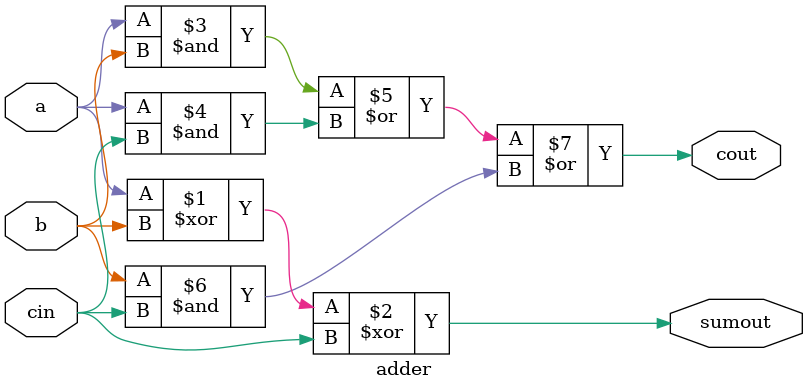
<source format=v>
module adder(
input [0:0] a, // Input a
input [0:0] b, // Input b
input [0:0] cin, // Input cin
output [0:0] cout, // Output carry
output [0:0] sumout // Output sum
);
//wire[1:0] int_calc;

//assign int_calc = a + b + cin;
//assign cout = int_calc[1];
//assign sumout = int_calc[0];
  assign sumout = a ^ b ^ cin;
  assign cout = (a & b) | (a & cin) | (b & cin); 
endmodule


</source>
